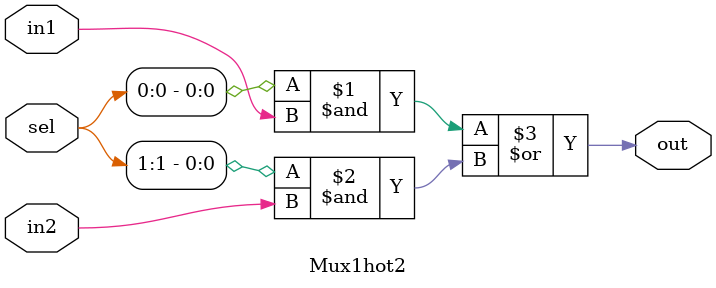
<source format=sv>
/**@file
 * @brief     One-hot Multiplexer 
 * @author    Igor Lesik
 * @copyright Igor Lesik 2014
 *
 */

module Mux1hot2
#(
    parameter WIDTH = 1
)(
    input  wire [WIDTH-1:0] in1,
    input  wire [WIDTH-1:0] in2,
    input  wire [1:0]       sel,
    output wire [WIDTH-1:0] out
);

assign out = ({WIDTH{sel[0]}} & in1) | ({WIDTH{sel[1]}} & in2);

endmodule


</source>
